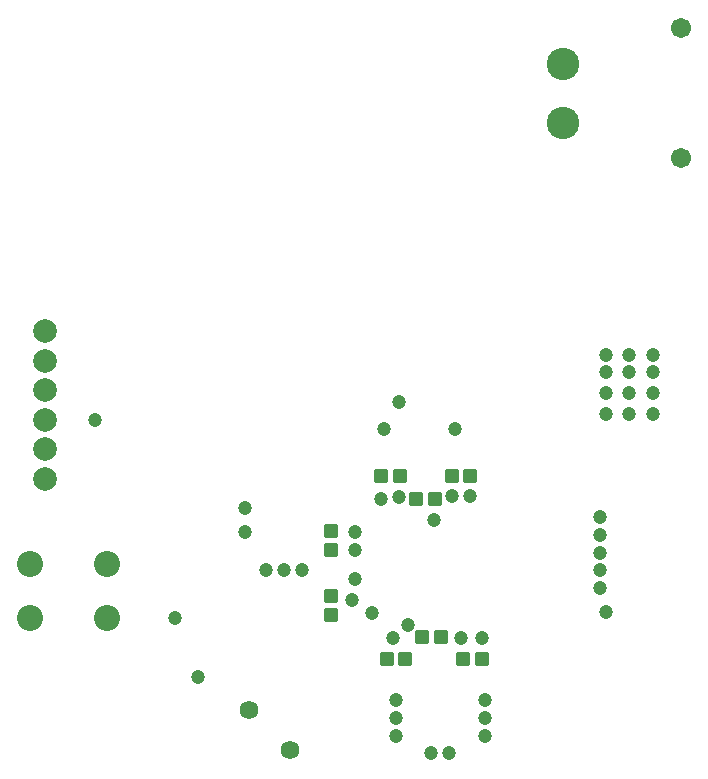
<source format=gbs>
G04*
G04 #@! TF.GenerationSoftware,Altium Limited,Altium Designer,24.4.1 (13)*
G04*
G04 Layer_Color=16711935*
%FSLAX25Y25*%
%MOIN*%
G70*
G04*
G04 #@! TF.SameCoordinates,15B434A4-4527-47F9-A3CB-D7505B607EAD*
G04*
G04*
G04 #@! TF.FilePolarity,Negative*
G04*
G01*
G75*
G04:AMPARAMS|DCode=51|XSize=47.37mil|YSize=47.37mil|CornerRadius=8.92mil|HoleSize=0mil|Usage=FLASHONLY|Rotation=90.000|XOffset=0mil|YOffset=0mil|HoleType=Round|Shape=RoundedRectangle|*
%AMROUNDEDRECTD51*
21,1,0.04737,0.02953,0,0,90.0*
21,1,0.02953,0.04737,0,0,90.0*
1,1,0.01784,0.01476,0.01476*
1,1,0.01784,0.01476,-0.01476*
1,1,0.01784,-0.01476,-0.01476*
1,1,0.01784,-0.01476,0.01476*
%
%ADD51ROUNDEDRECTD51*%
G04:AMPARAMS|DCode=53|XSize=47.37mil|YSize=47.37mil|CornerRadius=8.92mil|HoleSize=0mil|Usage=FLASHONLY|Rotation=180.000|XOffset=0mil|YOffset=0mil|HoleType=Round|Shape=RoundedRectangle|*
%AMROUNDEDRECTD53*
21,1,0.04737,0.02953,0,0,180.0*
21,1,0.02953,0.04737,0,0,180.0*
1,1,0.01784,-0.01476,0.01476*
1,1,0.01784,0.01476,0.01476*
1,1,0.01784,0.01476,-0.01476*
1,1,0.01784,-0.01476,-0.01476*
%
%ADD53ROUNDEDRECTD53*%
%ADD55C,0.06233*%
%ADD56C,0.07887*%
%ADD57C,0.10839*%
%ADD58C,0.06706*%
%ADD59C,0.08674*%
%ADD60C,0.04737*%
D51*
X245276Y322835D02*
D03*
X238976D02*
D03*
X247396Y277067D02*
D03*
X241097D02*
D03*
X233465Y330709D02*
D03*
X227165D02*
D03*
X257087D02*
D03*
X250787D02*
D03*
X254724Y269685D02*
D03*
X261024D02*
D03*
X229134D02*
D03*
X235433D02*
D03*
D53*
X210630Y290551D02*
D03*
Y284252D02*
D03*
Y312205D02*
D03*
Y305906D02*
D03*
D55*
X196850Y239173D02*
D03*
X183265Y252759D02*
D03*
D56*
X115157Y329724D02*
D03*
Y339567D02*
D03*
Y349410D02*
D03*
Y359252D02*
D03*
Y369094D02*
D03*
Y378937D02*
D03*
D57*
X287925Y468028D02*
D03*
Y448343D02*
D03*
D58*
X327295Y436531D02*
D03*
Y479839D02*
D03*
D59*
X110236Y301181D02*
D03*
X135827D02*
D03*
X110236Y283465D02*
D03*
X135827D02*
D03*
D60*
X233268Y323599D02*
D03*
X302165Y365173D02*
D03*
Y358268D02*
D03*
Y351394D02*
D03*
X310039Y365173D02*
D03*
Y358268D02*
D03*
Y351394D02*
D03*
X317913Y351378D02*
D03*
Y358252D02*
D03*
Y371063D02*
D03*
X310039D02*
D03*
X302165D02*
D03*
X260827Y276575D02*
D03*
X224213Y284812D02*
D03*
X158465Y283465D02*
D03*
X250984Y323819D02*
D03*
X227362Y322835D02*
D03*
X250000Y238189D02*
D03*
X244094D02*
D03*
X182087Y312008D02*
D03*
Y319882D02*
D03*
X218504Y306102D02*
D03*
X231299Y276575D02*
D03*
X236372Y281004D02*
D03*
X302165Y285433D02*
D03*
X166339Y263779D02*
D03*
X218504Y296260D02*
D03*
X131890Y349410D02*
D03*
X233268Y355315D02*
D03*
X217520Y289370D02*
D03*
X232283Y255906D02*
D03*
Y244094D02*
D03*
Y250000D02*
D03*
X253937Y276575D02*
D03*
X256890Y323819D02*
D03*
X245079Y315945D02*
D03*
X218504Y312008D02*
D03*
X251969Y346457D02*
D03*
X228346D02*
D03*
X300197Y316929D02*
D03*
Y311024D02*
D03*
Y293307D02*
D03*
Y299213D02*
D03*
Y305118D02*
D03*
X261811Y244094D02*
D03*
Y250000D02*
D03*
Y255906D02*
D03*
X200787Y299213D02*
D03*
X194882D02*
D03*
X188976D02*
D03*
X317913Y365158D02*
D03*
M02*

</source>
